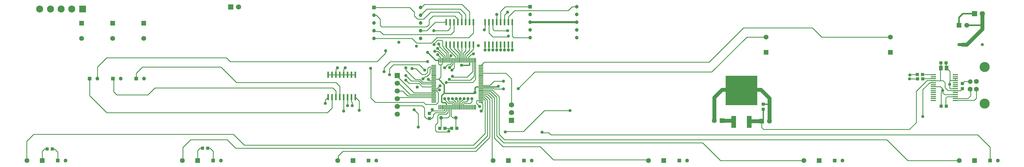
<source format=gbr>
G04 DipTrace 2.4.0.1*
%INTop.gbr*%
%MOIN*%
%ADD13C,0.01*%
%ADD14C,0.05*%
%ADD15C,0.04*%
%ADD16C,0.015*%
%ADD17C,0.02*%
%ADD18C,0.025*%
%ADD19C,0.0118*%
%ADD20C,0.0152*%
%ADD22R,0.063X0.063*%
%ADD23C,0.063*%
%ADD24R,0.0394X0.0433*%
%ADD25R,0.0433X0.0394*%
%ADD26R,0.0512X0.0591*%
%ADD27R,0.05X0.05*%
%ADD28R,0.0472X0.0472*%
%ADD30C,0.0472*%
%ADD32C,0.063*%
%ADD33C,0.1299*%
%ADD35R,0.0669X0.0669*%
%ADD37C,0.0669*%
%ADD38R,0.0906X0.0906*%
%ADD40C,0.0906*%
%ADD41R,0.0236X0.0787*%
%ADD43R,0.0591X0.1555*%
%ADD44R,0.4094X0.3819*%
%ADD46R,0.063X0.0118*%
%ADD47R,0.0118X0.063*%
%ADD48R,0.0709X0.0157*%
%ADD49C,0.048*%
%FSLAX44Y44*%
G04*
G70*
G90*
G75*
G01*
%LNTop*%
%LPD*%
X65340Y18409D2*
D13*
Y16940D1*
X64640Y16240D1*
X62840D1*
X62740Y16340D1*
X65537Y18409D2*
Y16337D1*
X65040Y15840D1*
X62440D1*
X62340Y15940D1*
X65734Y18409D2*
Y15934D1*
X65340Y15540D1*
X61940D1*
X60340Y14984D2*
X58896D1*
X58440Y15440D1*
X57140D1*
X56740Y15840D1*
X54640Y16540D2*
Y17340D1*
X55140Y17840D1*
X58480D1*
X59190Y17130D1*
X62680D2*
X62978Y17428D1*
Y18409D1*
X53940Y16940D2*
Y17440D1*
X54740Y18240D1*
X59540D1*
X62385Y17485D2*
X62781Y17881D1*
Y18409D1*
X62584D2*
Y17984D1*
X62440Y17840D1*
X62140D1*
X61740Y17440D1*
X54140Y19640D2*
Y19340D1*
X53040Y18240D1*
X34140D1*
X33640Y18740D1*
X18240D1*
X17040Y17540D1*
Y16040D1*
X62387Y18409D2*
Y18837D1*
X62560Y19010D1*
X62190Y18409D2*
Y19430D1*
X61620Y20000D1*
Y20110D1*
X61490Y20240D1*
Y20870D1*
X61360Y21000D1*
X60830D1*
X60280Y20450D1*
X60390D1*
X61994Y18409D2*
Y19296D1*
X61100Y20190D1*
Y20420D1*
X61000Y20520D1*
X60850Y19940D2*
X61797Y18993D1*
Y18409D1*
X58340Y9790D2*
Y11470D1*
X57810Y12000D1*
X60490Y19590D2*
X60890D1*
X61600Y18880D1*
Y18409D1*
X60340Y14787D2*
X60827D1*
X61140Y15100D1*
X61100Y14590D2*
X60340D1*
X103124Y21424D2*
X100654D1*
X96130Y16900D1*
X73350D1*
X71210Y14760D1*
X69310Y14700D2*
X68140D1*
X68053Y14787D1*
X66403D1*
X61790Y9615D2*
X62290D1*
X62665D1*
X62290Y9240D2*
Y9615D1*
X127475Y15772D2*
Y16028D1*
Y14749D2*
X126835D1*
X126767Y14817D1*
Y15317D1*
Y15717D1*
X126779Y15728D1*
X126867Y15817D1*
X127430D1*
X127475Y15772D1*
Y13981D2*
X126103D1*
X125867Y14217D1*
Y14517D1*
Y14717D1*
X125567Y15017D1*
X124652D1*
X124640Y15005D1*
X125867Y14517D2*
D3*
X126767Y15317D2*
D3*
X96440Y10594D2*
D14*
Y13594D1*
X97440Y14594D1*
X99842D1*
X99940Y14495D1*
X103540Y10540D2*
Y12740D1*
Y13494D1*
X102440Y14594D1*
X100038D1*
X99940Y14495D1*
X29940Y5440D2*
D13*
Y6740D1*
X30240Y7040D1*
X30571D1*
X9940Y5440D2*
Y6640D1*
X10240Y6940D1*
X10571D1*
X62190Y12346D2*
Y11690D1*
X61940Y11440D1*
X61040D1*
X60840Y11240D1*
Y10340D1*
X60540Y10040D1*
Y9340D1*
X60740Y9140D1*
X62190D1*
X62290Y9240D1*
X66403Y15181D2*
X67581D1*
X68110Y15710D1*
X69320D1*
X60340Y15771D2*
X59809D1*
X59640Y15940D1*
X61206Y18409D2*
Y18774D1*
X60840Y19140D1*
X64749Y18409D2*
Y18749D1*
X65140Y19140D1*
X65340D1*
X65440Y19240D1*
X46740Y16553D2*
X47240D1*
X47740D1*
X48240D1*
X48740D1*
X49240D1*
X49740D2*
X49240D1*
X50240D2*
X49740D1*
X48740D2*
Y17240D1*
X48940Y17440D1*
X47740Y16553D2*
Y17240D1*
X47940Y17440D1*
X125638Y12487D2*
Y14287D1*
X125867Y14517D1*
X126779Y15728D2*
Y16985D1*
X126357Y17407D1*
X126297Y18067D2*
Y17467D1*
X126357Y17407D1*
X130940Y24440D2*
D14*
Y22940D1*
Y22440D1*
X128940Y20440D1*
X128390D1*
D15*
X127940D1*
X102740Y12740D2*
D16*
X103540D1*
X128940Y22940D2*
D17*
X130940D1*
X60340Y13803D2*
D13*
X56977D1*
X56340Y14440D1*
X55640D1*
X62387Y12346D2*
Y11212D1*
X62165Y10990D1*
X61290D1*
Y9784D1*
X61121Y9615D1*
X62584Y12346D2*
Y11196D1*
X62790Y10990D1*
X63190D1*
Y9759D1*
X63334Y9615D1*
X124640Y16028D2*
X123273D1*
X123272Y16027D1*
X127475Y13725D2*
X126436D1*
X126257Y13547D1*
Y12537D1*
X126307Y12487D1*
X130180Y14682D2*
Y13499D1*
X129917Y13237D1*
X127498D1*
X127475Y13213D1*
Y13469D2*
X129100D1*
X129447Y13817D1*
Y14627D1*
X129392Y14682D1*
X66440Y11840D2*
X66640Y12040D1*
Y12779D1*
X66403Y13016D1*
Y13212D2*
X65912D1*
X65840Y13140D1*
Y12840D1*
X66240Y12440D1*
X131940Y5440D2*
Y7190D1*
X130360Y8770D1*
X75410D1*
X75140Y9040D1*
X74440D1*
X74330Y9150D1*
X74280Y9100D1*
X46370Y12850D2*
Y13270D1*
X46740Y13640D1*
X63371Y18409D2*
Y19034D1*
X62440Y19965D1*
Y20440D1*
X63568Y18409D2*
Y19337D1*
X62940Y19965D1*
Y20440D1*
X47240Y13640D2*
Y12240D1*
X46640Y11640D1*
X18240D1*
X16040Y13840D1*
Y16040D1*
X11240Y6940D2*
X11540D1*
X11940Y6540D1*
Y5440D1*
X47740Y13640D2*
Y14440D1*
X47340Y14840D1*
X24440D1*
X23540Y13940D1*
X19540D1*
X19140Y14340D1*
Y15940D1*
X19040Y16040D1*
X123257Y16587D2*
X124593D1*
X124640Y16540D1*
X48240Y13640D2*
Y15040D1*
X47740Y15540D1*
X34940D1*
X32940Y17540D1*
X22840D1*
X22040Y16740D1*
Y16040D1*
X50740Y11940D2*
Y13140D1*
X50240Y13640D1*
X66403Y16756D2*
X69624D1*
X70340Y16040D1*
Y12640D1*
X97440Y10594D2*
D14*
X98786D1*
X98940Y10440D1*
X127940Y22940D2*
D17*
Y23940D1*
X128440Y24440D1*
X129940D1*
X129392Y15667D2*
D13*
X128638D1*
X128377Y15406D1*
X63175Y18409D2*
Y18855D1*
X61940Y20090D1*
Y20440D1*
X63765Y18409D2*
Y19515D1*
X63440Y19840D1*
Y20440D1*
X63962Y18409D2*
Y19412D1*
X63940Y19434D1*
Y20440D1*
X64159Y18409D2*
Y19359D1*
X64440Y19640D1*
Y20440D1*
X64356Y18409D2*
Y19156D1*
X64940Y19740D1*
Y20440D1*
X64553Y18409D2*
Y18953D1*
X65440Y19840D1*
Y20440D1*
X62781Y12346D2*
Y12799D1*
X62740Y12840D1*
X62240D1*
X61690Y13390D1*
X61740Y13440D1*
X66940Y19740D2*
Y20440D1*
X62978Y12346D2*
Y12902D1*
X62840Y13040D1*
X62340D1*
X62240Y13140D1*
Y13440D1*
X67440Y19740D2*
Y20440D1*
X63175Y12346D2*
Y13005D1*
X62740Y13440D1*
X67940Y19740D2*
Y20440D1*
X63371Y12346D2*
Y13309D1*
X63240Y13440D1*
X68440Y19740D2*
Y20440D1*
X63568Y12346D2*
Y13268D1*
X63740Y13440D1*
X68940Y19740D2*
Y20440D1*
X63765Y12346D2*
Y13065D1*
X63840Y13140D1*
X63940D1*
X64240Y13440D1*
X69440Y19740D2*
Y20440D1*
X63962Y12346D2*
Y12862D1*
X64140Y13040D1*
X64540D1*
X64740Y13240D1*
Y13440D1*
X69940Y19740D2*
Y20440D1*
X64159Y12346D2*
Y12759D1*
X64240Y12840D1*
X65040D1*
X65240Y13040D1*
Y13440D1*
X70440Y19740D2*
Y20440D1*
X72740Y21340D2*
X70640D1*
X70440Y21540D1*
Y23353D1*
X69940D2*
Y24040D1*
X70740Y24840D1*
X77640D1*
X78140Y25340D1*
X78740D1*
X69440Y23353D2*
Y24240D1*
X69840Y24640D1*
X68940Y23353D2*
Y24740D1*
X69540Y25340D1*
X72740D1*
X68440Y23353D2*
Y24340D1*
X67940Y23353D2*
Y22440D1*
X68140Y22240D1*
X69840D1*
X67440Y23353D2*
Y21940D1*
X67940Y21440D1*
X69840D1*
X69940Y21540D1*
X66940Y23353D2*
Y22440D1*
X66840Y22340D1*
X65440Y23353D2*
Y21940D1*
X64840Y21340D1*
X60740D1*
X60040Y20640D1*
X58140D1*
X57540Y21240D1*
X52640D1*
X64940Y23353D2*
Y24690D1*
X63990Y25640D1*
X59140D1*
X58740Y25240D1*
X58640D1*
X64440Y23353D2*
Y24340D1*
X63740Y25040D1*
X59440D1*
X58640Y24240D1*
X63940Y23353D2*
Y24240D1*
X63540Y24640D1*
X59940D1*
X59040Y23740D1*
X58240D1*
X57840Y24140D1*
Y24640D1*
X57240Y25240D1*
X52640D1*
X63440Y23353D2*
Y23740D1*
X63040Y24140D1*
X60240D1*
X59740Y23640D1*
Y23040D1*
X59440Y22740D1*
X53640D1*
X53440Y22940D1*
Y23740D1*
X52940Y24240D1*
X52640D1*
X62940Y23353D2*
Y22140D1*
X62540Y21740D1*
X53840D1*
X53440Y22140D1*
X52740D1*
X52640Y22240D1*
X62440Y23353D2*
Y22540D1*
X62140Y22240D1*
X60340D1*
X58640D2*
X59440D1*
X60540Y23340D1*
X61927D1*
X61940Y23353D1*
X31940Y5440D2*
Y6640D1*
X31540Y7040D1*
X31240D1*
X60340Y14197D2*
X57783D1*
X55540Y16440D1*
X55640D1*
X60340Y14000D2*
X57280D1*
X55840Y15440D1*
X55640D1*
X60340Y13606D2*
X55806D1*
X55640Y13440D1*
X48740Y11840D2*
Y13640D1*
X49840Y12540D2*
Y12940D1*
X49740Y13040D1*
Y13640D1*
X49240Y12540D2*
Y13640D1*
X61994Y12346D2*
Y11894D1*
X61740Y11640D1*
X60565D1*
X60290Y11365D1*
Y11115D1*
X60040Y10865D1*
X59790D1*
X124640Y15772D2*
X125551D1*
X125912D1*
X126167Y15517D1*
Y14867D1*
X126517Y14517D1*
X127451D1*
X127475Y14493D1*
X102540Y10540D2*
D14*
X101040D1*
X100940Y10440D1*
X61403Y18409D2*
D13*
Y17903D1*
X61340Y17840D1*
X61240D1*
X61040D1*
X60940Y17940D1*
Y18340D1*
X61009Y18409D1*
X60340Y15968D2*
X60968D1*
X61240Y16240D1*
Y17840D1*
X59790Y10865D2*
X59415D1*
X59140Y11140D1*
Y12240D1*
X58840Y12540D1*
X55740D1*
X55640Y12440D1*
X72740Y23340D2*
D18*
X78740D1*
X61009Y18409D2*
D19*
X60874D1*
D20*
X60571D1*
X59540Y19440D1*
X66403Y14984D2*
D19*
X66794D1*
D20*
X68584D1*
X68640Y15040D1*
X64946Y18409D2*
D19*
Y18018D1*
D20*
Y17846D1*
X64880Y17780D1*
X63920D1*
X66403Y14984D2*
D19*
X66012D1*
D20*
X65784D1*
X65640Y14840D1*
Y14240D1*
X61994Y12346D2*
D19*
Y12786D1*
D20*
X61840Y12940D1*
X61440D1*
X61340Y13040D1*
Y13840D1*
X61640Y14140D1*
X65540D1*
X65640Y14240D1*
X61640Y14140D2*
X61689Y14189D1*
Y15248D1*
X60968Y15968D1*
X102540Y10540D2*
D13*
Y9734D1*
X102797Y9477D1*
X121567D1*
X122447Y10357D1*
Y14407D1*
X123837Y15797D1*
X124616D1*
X124640Y15772D1*
X127475Y14493D2*
X128134D1*
X128377Y14737D1*
X125551Y15772D2*
Y17349D1*
X125609Y17407D1*
Y18048D1*
X125628Y18067D1*
X102740Y12071D2*
D16*
Y10740D1*
X102540Y10540D1*
X119124Y21424D2*
D13*
X110276D1*
X109100Y22600D1*
X100210D1*
X95800Y18190D1*
X66853D1*
X66403Y17740D1*
X60340Y14394D2*
X60756D1*
X60930Y14220D1*
Y12990D1*
X60660Y12720D1*
X59300D1*
X59050Y12970D1*
X52820D1*
X52240Y13550D1*
Y17350D1*
X52220Y17370D1*
X61797Y12346D2*
Y11997D1*
X61665Y11865D1*
X60121D1*
X59790Y11534D1*
X122603Y16027D2*
X121577D1*
X77887Y11897D2*
X74577D1*
X71897Y9217D1*
X69597D1*
X69537Y9157D1*
X60140Y12040D2*
Y11884D1*
X59790Y11534D1*
X122588Y16587D2*
X121687D1*
X121607Y16507D1*
X57547Y17337D2*
X58037D1*
X58807Y16567D1*
X59257D1*
X59540Y16849D1*
Y17340D1*
X59743Y17543D1*
X60340D1*
X66403Y13409D2*
X66771D1*
X66940Y13240D1*
Y8940D1*
X65440Y7440D1*
X35940D1*
X34540Y8840D1*
X8840D1*
X7940Y7940D1*
Y5471D1*
X7971Y5440D1*
X66403Y13606D2*
X66874D1*
X67240Y13240D1*
Y8640D1*
X65640Y7040D1*
X34840D1*
X33740Y8140D1*
X29040D1*
X28040Y7140D1*
Y5509D1*
X27971Y5440D1*
X66403Y13803D2*
X67077D1*
X67540Y13340D1*
Y8440D1*
X65740Y6640D1*
X48640D1*
X48040Y6040D1*
Y5509D1*
X47971Y5440D1*
X66403Y14000D2*
X67280D1*
X67840Y13440D1*
Y5440D1*
X67971D1*
X66403Y14197D2*
X67483D1*
X68140Y13540D1*
Y8340D1*
X69240Y7240D1*
X74040D1*
X75740Y5540D1*
X87871D1*
X87971Y5440D1*
X66403Y14394D2*
X67686D1*
X68440Y13640D1*
Y8640D1*
X69340Y7740D1*
X94940D1*
X97240Y5440D1*
X107971D1*
X66403Y14590D2*
X67890D1*
X68740Y13740D1*
Y8840D1*
X69440Y8140D1*
X118640D1*
X121340Y5440D1*
X127971D1*
X60340Y15378D2*
X58802D1*
X58440Y15740D1*
X57440D1*
X56740Y16440D1*
X60340Y15575D2*
X58905D1*
X58540Y15940D1*
X57940D1*
X56740Y17140D1*
Y17440D1*
X60340Y17346D2*
X59946D1*
X59840Y17240D1*
Y16709D1*
X59447Y16317D1*
X59267D1*
X58967Y16017D1*
X123297Y11157D2*
Y14637D1*
X124177Y15517D1*
X124640D1*
Y15516D1*
D15*
X54640Y16540D3*
X59190Y17130D3*
X62680D3*
X53940Y16940D3*
X59540Y18240D3*
X62385Y17485D3*
X61740Y17440D3*
X54140Y19640D3*
X66100Y20320D3*
X60390Y20450D3*
X60850Y19940D3*
X58340Y9790D3*
X57810Y12000D3*
X58220Y14940D3*
X60490Y19590D3*
X61100Y14590D3*
X71210Y14760D3*
X69310Y14700D3*
X74280Y9100D3*
X46370Y12850D3*
X50740Y11940D3*
X69840Y24640D3*
X68440Y24340D3*
X69840Y22240D3*
X69940Y21540D3*
X66840Y22340D3*
X60340Y22240D3*
X48740Y11840D3*
X49840Y12540D3*
X49240D3*
X59540Y19440D3*
X52220Y17370D3*
X121577Y16027D3*
X77887Y11897D3*
X69537Y9157D3*
X60140Y12040D3*
X121607Y16507D3*
X58127Y20237D3*
X57547Y17337D3*
X55840Y20740D3*
X58967Y16017D3*
X123297Y11157D3*
X62290Y9240D3*
X125867Y14517D3*
X126767Y15317D3*
X62240Y13440D3*
X62740D3*
X63240D3*
X63740D3*
X64240D3*
X64740D3*
X65240D3*
X61740D3*
X66940Y19740D3*
X67440D3*
X67940D3*
X68440D3*
X68940D3*
X69440D3*
X69940D3*
X70440D3*
X59640Y15940D3*
X60840Y19140D3*
X69320Y15710D3*
X65440Y19240D3*
X66240Y12440D3*
X66440Y11840D3*
X61140Y15100D3*
X48940Y17440D3*
X62740Y16340D3*
X130940Y20440D3*
X61940Y15540D3*
X62340Y15940D3*
X47940Y17440D3*
X68640Y15040D3*
X63920Y17780D3*
X65640Y14240D3*
X62560Y19010D3*
X127940Y20440D3*
X61000Y20520D3*
X56740Y17440D3*
Y16440D3*
Y15840D3*
D22*
X102540Y10540D3*
D23*
X103540D3*
D22*
X97440Y10594D3*
D23*
X96440D3*
D24*
X102740Y12740D3*
Y12071D3*
D25*
X61790Y9615D3*
X61121D3*
X62665D3*
X63334D3*
X126307Y12487D3*
X125638D3*
D26*
X126357Y17407D3*
X125609D3*
D25*
X126297Y18067D3*
X125628D3*
X122603Y16027D3*
X123272D3*
D14*
X23040Y16040D3*
D27*
X22040D3*
D14*
X20040D3*
D27*
X19040D3*
D14*
X17040D3*
D27*
X16040D3*
D14*
X132940Y5440D3*
D27*
X131940D3*
D14*
X112940D3*
D27*
X111940D3*
D14*
X92940D3*
D27*
X91940D3*
D14*
X72940D3*
D27*
X71940D3*
D14*
X52940D3*
D27*
X51940D3*
D14*
X32940D3*
D27*
X31940D3*
D14*
X12940D3*
D27*
X11940D3*
D28*
X52640Y25240D3*
D30*
Y24240D3*
Y23240D3*
Y22240D3*
Y21240D3*
X58640D3*
Y22240D3*
Y23240D3*
Y24240D3*
Y25240D3*
D28*
X72740Y25340D3*
D30*
Y24340D3*
Y23340D3*
Y22340D3*
Y21340D3*
X78740D3*
Y22340D3*
Y23340D3*
Y24340D3*
Y25340D3*
G36*
X129683Y15787D2*
Y15546D1*
X129513Y15376D1*
X129272D1*
X129101Y15546D1*
Y15787D1*
X129272Y15958D1*
X129513D1*
X129683Y15787D1*
G37*
D32*
X129392Y14682D3*
X130180D3*
Y15667D3*
D33*
X131247Y12804D3*
Y17545D3*
D35*
X55640Y16440D3*
D37*
Y15440D3*
Y14440D3*
Y13440D3*
Y12440D3*
Y11440D3*
D35*
X129940Y24440D3*
D37*
X130940D3*
D35*
X70340Y10640D3*
D37*
Y11640D3*
Y12640D3*
D35*
X34210Y25320D3*
D37*
X35210D3*
D38*
X15140Y25040D3*
D40*
X13762D3*
X12384D3*
X11006D3*
X9628D3*
D24*
X128377Y15406D3*
Y14737D3*
X59790Y10865D3*
Y11534D3*
D25*
X123257Y16587D3*
X122588D3*
D41*
X61940Y20440D3*
X62440D3*
X62940D3*
X63440D3*
X63940D3*
X64440D3*
X64940D3*
X65440D3*
Y23353D3*
X64940D3*
X64440D3*
X63940D3*
X63440D3*
X62940D3*
X62440D3*
X61940D3*
X66940Y20440D3*
X67440D3*
X67940D3*
X68440D3*
X68940D3*
X69440D3*
X69940D3*
X70440D3*
Y23353D3*
X69940D3*
X69440D3*
X68940D3*
X68440D3*
X67940D3*
X67440D3*
X66940D3*
X46740Y13640D3*
X47240D3*
X47740D3*
X48240D3*
X48740D3*
X49240D3*
X49740D3*
X50240D3*
Y16553D3*
X49740D3*
X49240D3*
X48740D3*
X48240D3*
X47740D3*
X47240D3*
X46740D3*
D25*
X31240Y7040D3*
X30571D3*
X11240Y6940D3*
X10571D3*
D22*
X9940Y5440D3*
D32*
X7971D3*
D22*
X29940D3*
D32*
X27971D3*
D22*
X49940D3*
D32*
X47971D3*
D22*
X69940D3*
D32*
X67971D3*
D22*
X89940D3*
D32*
X87971D3*
D22*
X109940D3*
D32*
X107971D3*
D22*
X129940D3*
D32*
X127971D3*
D22*
X103124Y19456D3*
D32*
Y21424D3*
D22*
X15024Y23224D3*
D32*
Y21256D3*
D22*
X19024Y23224D3*
D32*
Y21256D3*
D22*
X23024Y23224D3*
D32*
Y21256D3*
D22*
X119124Y19456D3*
D32*
Y21424D3*
D43*
X98940Y10440D3*
X100940D3*
D44*
X99940Y14495D3*
D46*
X60340Y17740D3*
Y17543D3*
Y17346D3*
Y17149D3*
Y16953D3*
Y16756D3*
Y16559D3*
Y16362D3*
Y16165D3*
Y15968D3*
Y15771D3*
Y15575D3*
Y15378D3*
Y15181D3*
Y14984D3*
Y14787D3*
Y14590D3*
Y14394D3*
Y14197D3*
Y14000D3*
Y13803D3*
Y13606D3*
Y13409D3*
Y13212D3*
Y13016D3*
D47*
X61009Y12346D3*
X61206D3*
X61403D3*
X61600D3*
X61797D3*
X61994D3*
X62190D3*
X62387D3*
X62584D3*
X62781D3*
X62978D3*
X63175D3*
X63371D3*
X63568D3*
X63765D3*
X63962D3*
X64159D3*
X64356D3*
X64553D3*
X64749D3*
X64946D3*
X65143D3*
X65340D3*
X65537D3*
X65734D3*
D46*
X66403Y13016D3*
Y13212D3*
Y13409D3*
Y13606D3*
Y13803D3*
Y14000D3*
Y14197D3*
Y14394D3*
Y14590D3*
Y14787D3*
Y14984D3*
Y15181D3*
Y15378D3*
Y15575D3*
Y15771D3*
Y15968D3*
Y16165D3*
Y16362D3*
Y16559D3*
Y16756D3*
Y16953D3*
Y17149D3*
Y17346D3*
Y17543D3*
Y17740D3*
D47*
X65734Y18409D3*
X65537D3*
X65340D3*
X65143D3*
X64946D3*
X64749D3*
X64553D3*
X64356D3*
X64159D3*
X63962D3*
X63765D3*
X63568D3*
X63371D3*
X63175D3*
X62978D3*
X62781D3*
X62584D3*
X62387D3*
X62190D3*
X61994D3*
X61797D3*
X61600D3*
X61403D3*
X61206D3*
X61009D3*
D48*
X124640Y16540D3*
Y16284D3*
Y16028D3*
Y15772D3*
Y15516D3*
Y15260D3*
Y15005D3*
Y14749D3*
Y14493D3*
Y14237D3*
Y13981D3*
Y13725D3*
Y13469D3*
Y13213D3*
X127475D3*
Y13469D3*
Y13725D3*
Y13981D3*
Y14237D3*
Y14493D3*
Y14749D3*
Y15005D3*
Y15260D3*
Y15516D3*
Y15772D3*
Y16028D3*
Y16284D3*
Y16540D3*
D49*
X61290Y10990D3*
X63190D3*
D22*
X127940Y22940D3*
D23*
X128940D3*
M02*

</source>
